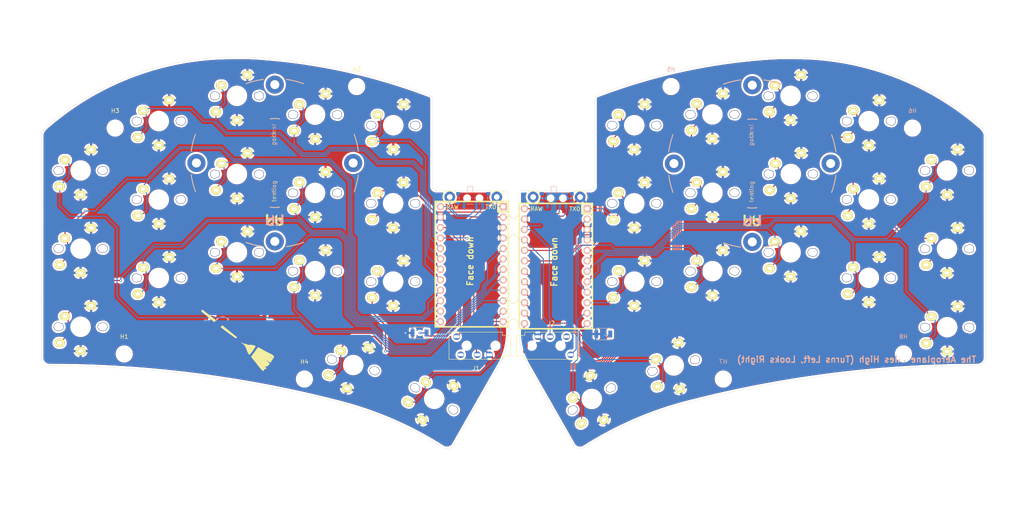
<source format=kicad_pcb>
(kicad_pcb (version 20211014) (generator pcbnew)
  (layers (0 "F.Cu" signal) (31 "B.Cu" signal) (34 "B.Paste" user) (35 "F.Paste" user) (36 "B.SilkS" user "B.Silkscreen") (37 "F.SilkS" user "F.Silkscreen") (38 "B.Mask" user) (39 "F.Mask" user) (44 "Edge.Cuts" user))
  (net 0 "")
  (net 1 "BT+")
  (net 2 "gnd")
  (net 3 "vcc")
  (net 4 "Switch18")
  (net 5 "reset")
  (net 6 "Switch1")
  (net 7 "Switch2")
  (net 8 "Switch3")
  (net 9 "Switch4")
  (net 10 "Switch5")
  (net 11 "Switch6")
  (net 12 "Switch7")
  (net 13 "Switch8")
  (net 14 "Switch9")
  (net 15 "Switch10")
  (net 16 "Switch11")
  (net 17 "Switch12")
  (net 18 "Switch13")
  (net 19 "Switch14")
  (net 20 "Switch15")
  (net 21 "Switch16")
  (net 22 "Switch17")
  (net 23 "raw")
  (net 24 "BT+_r")
  (net 25 "Switch18_r")
  (net 26 "reset_r")
  (net 27 "Switch9_r")
  (net 28 "Switch10_r")
  (net 29 "Switch11_r")
  (net 30 "Switch12_r")
  (net 31 "Switch13_r")
  (net 32 "Switch14_r")
  (net 33 "Switch15_r")
  (net 34 "Switch16_r")
  (net 35 "Switch17_r")
  (net 36 "Switch1_r")
  (net 37 "Switch2_r")
  (net 38 "Switch3_r")
  (net 39 "Switch4_r")
  (net 40 "Switch5_r")
  (net 41 "Switch6_r")
  (net 42 "Switch7_r")
  (net 43 "Switch8_r")
  (footprint "Connector_Pin:Pin_D1.4mm_L8.5mm_W2.8mm_FlatFork" (layer "F.Cu") (at 146.160165 83.45)
    (fp_text reference "BatGND1")
    (fp_text value "MountingHole_Pad")
  )
  (footprint "Connector_Pin:Pin_D1.4mm_L8.5mm_W2.8mm_FlatFork" (layer "F.Cu") (at 134.730165 83.45)
    (fp_text reference "Bat+1")
    (fp_text value "MountingHole_Pad")
  )
  (footprint "kbd:CherryMX_Choc_1u" (layer "F.Cu") (at 45 77)
    (fp_text reference "SW2" hide)
    (fp_text value "SW_Push" hide)
  )
  (footprint "kbd:CherryMX_Choc_1u" (layer "F.Cu") (at 64 65)
    (fp_text reference "SW3" hide)
    (fp_text value "SW_Push" hide)
  )
  (footprint "kbd:CherryMX_Choc_1u" (layer "F.Cu") (at 83 58.86)
    (fp_text reference "SW4" hide)
    (fp_text value "SW_Push" hide)
  )
  (footprint "kbd:CherryMX_Choc_1u" (layer "F.Cu") (at 101.994 63.432)
    (fp_text reference "SW5" hide)
    (fp_text value "SW_Push" hide)
  )
  (footprint "kbd:CherryMX_Choc_1u" (layer "F.Cu") (at 121 66)
    (fp_text reference "SW6" hide)
    (fp_text value "SW_Push" hide)
  )
  (footprint "kbd:CherryMX_Choc_1u" (layer "F.Cu") (at 45 96)
    (fp_text reference "SW8" hide)
    (fp_text value "SW_Push" hide)
  )
  (footprint "kbd:CherryMX_Choc_1u" (layer "F.Cu") (at 64 84.074)
    (fp_text reference "SW9" hide)
    (fp_text value "SW_Push" hide)
  )
  (footprint "kbd:CherryMX_Choc_1u" (layer "F.Cu") (at 83 77.878)
    (fp_text reference "SW10" hide)
    (fp_text value "SW_Push" hide)
  )
  (footprint "kbd:CherryMX_Choc_1u" (layer "F.Cu") (at 102 82.45)
    (fp_text reference "SW11" hide)
    (fp_text value "SW_Push" hide)
  )
  (footprint "kbd:CherryMX_Choc_1u" (layer "F.Cu") (at 120.98 84.99)
    (fp_text reference "SW12" hide)
    (fp_text value "SW_Push" hide)
  )
  (footprint "kbd:CherryMX_Choc_1u" (layer "F.Cu") (at 45 115)
    (fp_text reference "SW14" hide)
    (fp_text value "SW_Push" hide)
  )
  (footprint "kbd:CherryMX_Choc_1u" (layer "F.Cu") (at 64.008 103.124)
    (fp_text reference "SW15" hide)
    (fp_text value "SW_Push" hide)
  )
  (footprint "kbd:CherryMX_Choc_1u" (layer "F.Cu") (at 83 96.896)
    (fp_text reference "SW16" hide)
    (fp_text value "SW_Push" hide)
  )
  (footprint "kbd:CherryMX_Choc_1u" (layer "F.Cu") (at 102 101.468)
    (fp_text reference "SW17" hide)
    (fp_text value "SW_Push" hide)
  )
  (footprint "kbd:CherryMX_Choc_1u" (layer "F.Cu") (at 130.95 132.504 -30)
    (fp_text reference "SW20" hide)
    (fp_text value "SW_Push" hide)
  )
  (footprint "kbd:CherryMX_Choc_1u" (layer "F.Cu") (at 111.272 124.288 -15)
    (fp_text reference "SW21" hide)
    (fp_text value "SW_Push" hide)
  )
  (footprint "kbd:Tenting_Puck2" (layer "F.Cu") (at 92.202 75.184)
    (fp_text reference "REF**")
    (fp_text value "Tenting Puck")
  )
  (footprint "Button_Switch_SMD:SW_SPST_B3U-1000P" (layer "F.Cu") (at 127.394 116.502)
    (fp_text reference "RSW1")
    (fp_text value "SW_Push")
  )
  (footprint "kbd:CherryMX_Choc_1u" (layer "F.Cu") (at 120.98 104.008)
    (fp_text reference "SW18" hide)
    (fp_text value "SW_Push" hide)
  )
  (footprint "Connector_Pin:Pin_D1.4mm_L8.5mm_W2.8mm_FlatFork" (layer "F.Cu") (at 166.43 83.45)
    (fp_text reference "BatGND4")
    (fp_text value "MountingHole_Pad")
  )
  (footprint "Button_Switch_SMD:SW_SPST_B3U-1000P" (layer "F.Cu") (at 172.04784 116.756)
    (fp_text reference "RSW2")
    (fp_text value "SW_Push")
  )
  (footprint "Connector_Pin:Pin_D1.4mm_L8.5mm_W2.8mm_FlatFork" (layer "F.Cu") (at 155 83.45)
    (fp_text reference "Bat+r1")
    (fp_text value "MountingHole_Pad")
  )
  (footprint "kbd:Tenting_Puck2" (layer "F.Cu") (at 208.26984 75.311)
    (fp_text reference "REF**")
    (fp_text value "Tenting Puck")
  )
  (footprint "env_extra:PJ-320A" (layer "F.Cu") (at 149.55 121.8 180)
    (fp_text reference "J1")
    (fp_text value "AudioJack4dpb")
  )
  (footprint "kbd:CherryMX_Choc_1u" (layer "F.Cu") (at 198.58584 82.418)
    (fp_text reference "SW11_r1" hide)
    (fp_text value "SW_Push" hide)
  )
  (footprint "kbd:CherryMX_Choc_1u" (layer "F.Cu") (at 236.6 103.1)
    (fp_text reference "SW15_r1" hide)
    (fp_text value "SW_Push" hide)
  )
  (footprint "kbd:CherryMX_Choc_1u" (layer "F.Cu") (at 217.58784 96.896)
    (fp_text reference "SW16_r1" hide)
    (fp_text value "SW_Push" hide)
  )
  (footprint "kbd:CherryMX_Choc_1u" (layer "F.Cu") (at 198.58584 63.368)
    (fp_text reference "SW5_r1" hide)
    (fp_text value "SW_Push" hide)
  )
  (footprint "kbd:CherryMX_Choc_1u" (layer "F.Cu") (at 236.61384 65)
    (fp_text reference "SW3_r1" hide)
    (fp_text value "SW_Push" hide)
  )
  (footprint "kbd:CherryMX_Choc_1u" (layer "F.Cu") (at 217.58784 58.86)
    (fp_text reference "SW4_r1" hide)
    (fp_text value "SW_Push" hide)
  )
  (footprint "kbd:CherryMX_Choc_1u" (layer "F.Cu") (at 255.6256 96.0374)
    (fp_text reference "SW8_r1" hide)
    (fp_text value "SW_Push" hide)
  )
  (footprint "kbd:CherryMX_Choc_1u" (layer "F.Cu") (at 236.6 84.05)
    (fp_text reference "SW9_r1" hide)
    (fp_text value "SW_Push" hide)
  )
  (footprint "kbd:CherryMX_Choc_1u" (layer "F.Cu") (at 179.58584 104.008)
    (fp_text reference "SW18_r1" hide)
    (fp_text value "SW_Push" hide)
  )
  (footprint "kbd:CherryMX_Choc_1u" (layer "F.Cu") (at 179.58584 84.99)
    (fp_text reference "SW12_r1" hide)
    (fp_text value "SW_Push" hide)
  )
  (footprint "kbd:CherryMX_Choc_1u" (layer "F.Cu") (at 255.63184 77)
    (fp_text reference "SW2_r1" hide)
    (fp_text value "SW_Push" hide)
  )
  (footprint "kbd:CherryMX_Choc_1u" (layer "F.Cu") (at 179.58584 66)
    (fp_text reference "SW6_r1" hide)
    (fp_text value "SW_Push" hide)
  )
  (footprint "kbd:CherryMX_Choc_1u" (layer "F.Cu") (at 198.58584 101.468)
    (fp_text reference "SW17_r1" hide)
    (fp_text value "SW_Push" hide)
  )
  (footprint "Duckyb-Parts:mouse-bite-5mm-slot-with-space-for-track" (layer "F.Cu") (at 150.241 90.678)
    (fp_text reference "mouse-bite-5mm-slot" hide)
    (fp_text value "VAL**" hide)
  )
  (footprint "Duckyb-Parts:mouse-bite-5mm-slot-with-space-for-track" (layer "F.Cu") (at 150.241 111.1885)
    (fp_text reference "mouse-bite-5mm-slot" hide)
    (fp_text value "VAL**" hide)
  )
  (footprint "env_extra:PJ-320A" (layer "F.Cu") (at 150.975 117.4)
    (fp_text reference "J2")
    (fp_text value "AudioJack4dpb")
  )
  (footprint "kbd:CherryMX_Choc_1u" (layer "F.Cu") (at 169.251 132.542 30)
    (fp_text reference "SW20_r1" hide)
    (fp_text value "SW_Push" hide)
  )
  (footprint "MountingHole:MountingHole_3.2mm_M3" (layer "F.Cu") (at 99.4 127.7)
    (fp_text reference "H4")
    (fp_text value "MountingHole")
  )
  (footprint "MountingHole:MountingHole_3.2mm_M3" (layer "F.Cu") (at 55.6 121.6)
    (fp_text reference "H1")
    (fp_text value "MountingHole")
  )
  (footprint "kbd:CherryMX_Choc_1u" (layer "F.Cu") (at 217.65 77.85)
    (fp_text reference "SW10_r1" hide)
    (fp_text value "SW_Push" hide)
  )
  (footprint "MountingHole:MountingHole_3.2mm_M3" (layer "F.Cu") (at 112.1 56.6)
    (fp_text reference "H2")
    (fp_text value "MountingHole")
  )
  (footprint "kbd:CherryMX_Choc_1u" (layer "F.Cu") (at 189.17984 124.41 15)
    (fp_text reference "SW21_r1" hide)
    (fp_text value "SW_Push" hide)
  )
  (footprint "Kailh:ferris_broom" (layer "F.Cu") (at 82.042 118.11 7)
    (fp_text reference "G***" hide)
    (fp_text value "LOGO" hide)
  )
  (footprint "kbd:CherryMX_Choc_1u" (layer "F.Cu") (at 255.65 115.1)
    (fp_text reference "SW14_r1" hide)
    (fp_text value "SW_Push" hide)
  )
  (footprint "MountingHole:MountingHole_3.2mm_M3" (layer "F.Cu") (at 53.4 66.7)
    (fp_text reference "H3")
    (fp_text value "MountingHole")
  )
  (footprint "Button_Switch_SMD:SW_SPDT_PCM12" (layer "B.Cu") (at 160.75 84.075)
    (fp_text reference "SW_POWERR1")
    (fp_text value "SW_SPDT")
  )
  (footprint "Button_Switch_SMD:SW_SPST_B3U-1000P" (layer "B.Cu") (at 127.394 116.502)
    (fp_text reference "RSW1")
    (fp_text value "SW_Push")
  )
  (footprint "Keebio-Parts:ArduinoProMicro-BackSide" (layer "B.Cu") (at 140.094 99.7712 -90)
    (fp_text reference "U1" hide)
    (fp_text value "ProMicro-kbd" hide)
  )
  (footprint "Button_Switch_SMD:SW_SPDT_PCM12" (layer "B.Cu") (at 140.45 84.075)
    (fp_text reference "SW_POWER1")
    (fp_text value "SW_SPDT")
  )
  (footprint "Button_Switch_SMD:SW_SPST_B3U-1000P" (layer "B.Cu") (at 172.04784 116.756)
    (fp_text reference "RSW2")
    (fp_text value "SW_Push")
  )
  (footprint "Keebio-Parts:ArduinoProMicro-BackSide" (layer "B.Cu") (at 160.51784 100.246 -90)
    (fp_text reference "U2" hide)
    (fp_text value "ProMicro-kbd" hide)
  )
  (footprint "MountingHole:MountingHole_3.2mm_M3" (layer "B.Cu") (at 201.225 127.7 180)
    (fp_text reference "H7")
    (fp_text value "MountingHole")
  )
  (footprint "MountingHole:MountingHole_3.2mm_M3" (layer "B.Cu") (at 188.525 56.6 180)
    (fp_text reference "H5")
    (fp_text value "MountingHole")
  )
  (footprint "MountingHole:MountingHole_3.2mm_M3" (layer "B.Cu") (at 245.025 121.6 180)
    (fp_text reference "H8")
    (fp_text value "MountingHole")
  )
  (footprint "MountingHole:MountingHole_3.2mm_M3" (layer "B.Cu") (at 247.225 66.7 180)
    (fp_text reference "H6")
    (fp_text value "MountingHole")
  )
  (gr_arc (start 148.162 81.866) (mid 148.69233 82.08567) (end 148.912 82.616) (layer "Edge.Cuts") (width 0.05))
  (gr_line (start 148.912 93.218) (end 148.912 101.262) (layer "Edge.Cuts") (width 0.05))
  (gr_line (start 131.458 81.868917) (end 148.162 81.866) (layer "Edge.Cuts") (width 0.05))
  (gr_line (start 147.161679 123.613657) (end 135.71 143.699265) (layer "Edge.Cuts") (width 0.05))
  (gr_arc (start 148.924 116.248) (mid 148.462831 120.031316) (end 147.161679 123.613657) (layer "Edge.Cuts") (width 0.05))
  (gr_line (start 148.912 82.616) (end 148.924 88.11) (layer "Edge.Cuts") (width 0.05))
  (gr_line (start 149.2885 88.11) (end 148.924 88.11) (layer "Edge.Cuts") (width 0.05))
  (gr_line (start 149.2885 93.218) (end 148.912 93.218) (layer "Edge.Cuts") (width 0.05))
  (gr_line (start 149.2885 108.628) (end 148.924 108.628) (layer "Edge.Cuts") (width 0.05))
  (gr_line (start 149.2885 113.7285) (end 148.912 113.7285) (layer "Edge.Cuts") (width 0.05))
  (gr_line (start 148.912 101.262) (end 148.924 108.628) (layer "Edge.Cuts") (width 0.05))
  (gr_line (start 148.912 113.7285) (end 148.924 116.248) (layer "Edge.Cuts") (width 0.05))
  (gr_arc (start 131.458 81.868917) (mid 130.750893 81.576024) (end 130.458 80.868917) (layer "Edge.Cuts") (width 0.05))
  (gr_line (start 130.458 80.868917) (end 130.463 59.473) (layer "Edge.Cuts") (width 0.05))
  (gr_arc (start 35.465859 68.23732) (mid 36.022742 67.119147) (end 36.893 66.223) (layer "Edge.Cuts") (width 0.05))
  (gr_arc (start 85.843227 49.463504) (mid 108.303644 52.385453) (end 130.028245 58.79247) (layer "Edge.Cuts") (width 0.05))
  (gr_line (start 37.768 124.474571) (end 37.493002 124.473917) (layer "Edge.Cuts") (width 0.05))
  (gr_arc (start 107.797707 133.384137) (mid 120.821222 137.841207) (end 132.978 144.298) (layer "Edge.Cuts") (width 0.05))
  (gr_arc (start 37.768 124.474571) (mid 73.062876 126.72836) (end 107.797707 133.384137) (layer "Edge.Cuts") (width 0.05))
  (gr_arc (start 37.493002 124.473917) (mid 36.080534 123.924716) (end 35.458001 122.542999) (layer "Edge.Cuts") (width 0.05))
  (gr_arc (start 135.71 143.699265) (mid 134.468995 144.56898) (end 132.978 144.298) (layer "Edge.Cuts") (width 0.05))
  (gr_arc (start 130.028245 58.79247) (mid 130.345034 59.069226) (end 130.463 59.473) (layer "Edge.Cuts") (width 0.05))
  (gr_line (start 35.465859 68.23732) (end 35.458001 122.542999) (layer "Edge.Cuts") (width 0.05))
  (gr_line (start 85.843227 49.463504) (end 81.868 49.468) (layer "Edge.Cuts") (width 0.05))
  (gr_arc (start 36.893 66.223) (mid 57.870705 53.792798) (end 81.868 49.468) (layer "Edge.Cuts") (width 0.05))
  (gr_line (start 168.99984 81.868917) (end 152.29584 81.866) (layer "Edge.Cuts") (width 0.05))
  (gr_line (start 151.54584 113.7285) (end 151.53384 116.248) (layer "Edge.Cuts") (width 0.05))
  (gr_line (start 153.280536 123.57215) (end 164.74784 143.699265) (layer "Edge.Cuts") (width 0.05))
  (gr_line (start 264.991981 68.23732) (end 264.999839 122.542999) (layer "Edge.Cuts") (width 0.05))
  (gr_line (start 214.614716 49.465561) (end 218.58984 49.468) (layer "Edge.Cuts") (width 0.05))
  (gr_line (start 151.54584 101.262) (end 151.53384 108.628) (layer "Edge.Cuts") (width 0.05))
  (gr_arc (start 151.54584 82.616) (mid 151.76551 82.08567) (end 152.29584 81.866) (layer "Edge.Cuts") (width 0.05))
  (gr_line (start 151.54584 93.218) (end 151.54584 101.262) (layer "Edge.Cuts") (width 0.05))
  (gr_arc (start 167.47984 144.298) (mid 179.636498 137.840747) (end 192.659669 133.38233) (layer "Edge.Cuts") (width 0.05))
  (gr_arc (start 218.58984 49.468) (mid 242.587135 53.792799) (end 263.56484 66.223) (layer "Edge.Cuts") (width 0.05))
  (gr_arc (start 192.659669 133.38233) (mid 227.394847 126.727903) (end 262.68984 124.474571) (layer "Edge.Cuts") (width 0.05))
  (gr_arc (start 167.47984 144.298) (mid 165.988845 144.56898) (end 164.74784 143.699265) (layer "Edge.Cuts") (width 0.05))
  (gr_arc (start 153.280536 123.57215) (mid 151.990927 120.009347) (end 151.53384 116.248) (layer "Edge.Cuts") (width 0.05))
  (gr_line (start 151.54584 82.616) (end 151.53384 88.11) (layer "Edge.Cuts") (width 0.05))
  (gr_arc (start 169.99984 80.868917) (mid 169.706947 81.576024) (end 168.99984 81.868917) (layer "Edge.Cuts") (width 0.05))
  (gr_line (start 169.99984 80.868917) (end 169.99484 59.473) (layer "Edge.Cuts") (width 0.05))
  (gr_arc (start 263.56484 66.223) (mid 264.435098 67.119147) (end 264.991981 68.23732) (layer "Edge.Cuts") (width 0.05))
  (gr_arc (start 170.429595 58.79247) (mid 192.154223 52.385977) (end 214.614716 49.465561) (layer "Edge.Cuts") (width 0.05))
  (gr_line (start 262.68984 124.474571) (end 262.964838 124.473917) (layer "Edge.Cuts") (width 0.05))
  (gr_arc (start 264.999839 122.542999) (mid 264.377307 123.924717) (end 262.964838 124.473917) (layer "Edge.Cuts") (width 0.05))
  (gr_arc (start 169.99484 59.473) (mid 170.112806 59.069226) (end 170.429595 58.79247) (layer "Edge.Cuts") (width 0.05))
  (gr_line (start 151.53384 88.11) (end 151.1935 88.11) (layer "Edge.Cuts") (width 0.05))
  (gr_line (start 151.54584 93.218) (end 151.1935 93.218) (layer "Edge.Cuts") (width 0.05))
  (gr_arc (start 149.288501 113.7285) (mid 150.241 113.083627) (end 151.193499 113.728501) (layer "Edge.Cuts") (width 0.05))
  (gr_line (start 151.53384 108.628) (end 151.1935 108.628) (layer "Edge.Cuts") (width 0.05))
  (gr_arc (start 149.288501 93.218) (mid 150.241 92.573127) (end 151.193499 93.218001) (layer "Edge.Cuts") (width 0.05))
  (gr_line (start 151.54584 113.7285) (end 151.1935 113.7285) (layer "Edge.Cuts") (width 0.05))
  (gr_arc (start 151.193499 108.628) (mid 150.241 109.285937) (end 149.288501 108.627999) (layer "Edge.Cuts") (width 0.05))
  (gr_arc (start 151.193499 88.11) (mid 150.241 88.772807) (end 149.288501 88.109999) (layer "Edge.Cuts") (width 0.05))
  (gr_text "The Aeroplane Flies High (Turns Left, Looks Right)" (at 233.62984 122.936) (layer "B.SilkS") (effects (font (size 1.5 1.5) (thickness 0.3)) (justify mirror)))
  (gr_text "Face down" (at 160.10984 99.23 90) (layer "F.SilkS") (effects (font (size 1.5 1.5) (thickness 0.3))))
  (gr_text "Face down" (at 139.7 99.06 90) (layer "F.SilkS") (effects (font (size 1.5 1.5) (thickness 0.3))))
  (segment (start 134.730165 85.950165) (end 134.730165 83.45) (width 0.25) (layer "B.Cu") (net 1))
  (segment (start 136.55 87.77) (end 134.730165 85.950165) (width 0.25) (layer "B.Cu") (net 1))
  (segment (start 141.2 85.505) (end 141.2 86.27) (width 0.25) (layer "B.Cu") (net 1))
  (segment (start 141.2 86.27) (end 139.7 87.77) (width 0.25) (layer "B.Cu") (net 1))
  (segment (start 139.7 87.77) (end 136.55 87.77) (width 0.25) (layer "B.Cu") (net 1))
  (segment (start 125.694 116.502) (end 123.952 116.502) (width 0.25) (layer "F.Cu") (net 2))
  (via (at 123.952 116.502) (size 0.6) (drill 0.35) (layers "F.Cu" "B.Cu") (net 2))
  (segment (start 123.952 116.502) (end 125.694 116.502) (width 0.25) (layer "B.Cu") (net 2))
  (segment (start 146.160165 83.45) (end 146.160165 89.302765) (width 0.15) (layer "B.Cu") (net 2))
  (segment (start 146.160165 89.302765) (end 147.7054 90.848) (width 0.15) (layer "B.Cu") (net 2))
  (segment (start 140.56 103.28) (end 140.56 114.964) (width 0.25) (layer "F.Cu") (net 3))
  (segment (start 143.08 100.76) (end 140.56 103.28) (width 0.25) (layer "F.Cu") (net 3))
  (segment (start 138.938 93.472) (end 142.064 93.472) (width 0.25) (layer "F.Cu") (net 3))
  (segment (start 142.064 93.472) (end 143.08 94.488) (width 0.25) (layer "F.Cu") (net 3))
  (segment (start 140.56 114.964) (end 141.225 115.629) (width 0.25) (layer "F.Cu") (net 3))
  (segment (start 141.225 115.629) (end 141.225 121.625) (width 0.25) (layer "F.Cu") (net 3))
  (segment (start 141.225 121.625) (end 141.4 121.8) (width 0.25) (layer "F.Cu") (net 3))
  (segment (start 143.08 94.488) (end 143.08 100.76) (width 0.25) (layer "F.Cu") (net 3))
  (via (at 138.938 93.472) (size 0.6) (drill 0.35) (layers "F.Cu" "B.Cu") (net 3))
  (segment (start 157.51 112.68) (end 157.51 98.50816) (width 0.25) (layer "B.Cu") (net 3))
  (segment (start 138.938 93.472) (end 138.854 93.388) (width 0.25) (layer "B.Cu") (net 3))
  (segment (start 157.51 98.50816) (end 152.89784 93.896) (width 0.25) (layer "B.Cu") (net 3))
  (segment (start 159.125 117.4) (end 159.125 114.295) (width 0.25) (layer "B.Cu") (net 3))
  (segment (start 159.125 114.295) (end 157.51 112.68) (width 0.25) (layer "B.Cu") (net 3))
  (segment (start 138.854 93.388) (end 132.4854 93.388) (width 0.25) (layer "B.Cu") (net 3))
  (segment (start 140.038 88.308) (end 147.7054 88.308) (width 0.25) (layer "F.Cu") (net 4))
  (segment (start 136.4 117.4) (end 137.3 116.5) (width 0.25) (layer "F.Cu") (net 4))
  (segment (start 137.3 91.046) (end 140.038 88.308) (width 0.25) (layer "F.Cu") (net 4))
  (segment (start 137.3 116.5) (end 137.3 91.046) (width 0.25) (layer "F.Cu") (net 4))
  (segment (start 127.45 116.5) (end 129.092 116.5) (width 0.25) (layer "F.Cu") (net 5))
  (segment (start 133.975 117.225) (end 129.575 117.225) (width 0.25) (layer "F.Cu") (net 5))
  (segment (start 129.094 116.744) (end 129.094 116.502) (width 0.25) (layer "F.Cu") (net 5))
  (segment (start 136.9 94.1) (end 136.9 114.3) (width 0.25) (layer "F.Cu") (net 5))
  (segment (start 136.9 114.3) (end 133.975 117.225) (width 0.25) (layer "F.Cu") (net 5))
  (segment (start 129.092 116.5) (end 129.094 116.502) (width 0.25) (layer "F.Cu") (net 5))
  (segment (start 132.4854 90.848) (end 133.648 90.848) (width 0.25) (layer "F.Cu") (net 5))
  (segment (start 129.575 117.225) (end 129.094 116.744) (width 0.25) (layer "F.Cu") (net 5))
  (segment (start 133.648 90.848) (end 136.9 94.1) (width 0.25) (layer "F.Cu") (net 5))
  (via (at 127.45 116.5) (size 0.6) (drill 0.35) (layers "F.Cu" "B.Cu") (net 5))
  (segment (start 129.094 116.502) (end 127.452 116.502) (width 0.25) (layer "B.Cu") (net 5))
  (segment (start 127.452 116.502) (end 127.45 116.5) (width 0.25) (layer "B.Cu") (net 5))
  (segment (start 39.878 85.598) (end 39.9 85.576) (width 0.25) (layer "B.Cu") (net 6))
  (segment (start 101.824314 116.34) (end 98.260314 112.776) (width 0.25) (layer "B.Cu") (net 6))
  (segment (start 53.848 90.932) (end 51.054 88.138) (width 0.25) (layer "B.Cu") (net 6))
  (segment (start 53.848 107.696) (end 53.848 90.932) (width 0.25) (layer "B.Cu") (net 6))
  (segment (start 42.164 78.486) (end 42.164 75.434) (width 0.25) (layer "B.Cu") (net 6))
  (segment (start 42.418 88.138) (end 39.878 85.598) (width 0.25) (layer "B.Cu") (net 6))
  (segment (start 144.812 106.088) (end 129.659999 121.24) (width 0.25) (layer "B.Cu") (net 6))
  (segment (start 120.6 121.24) (end 115.699999 116.34) (width 0.25) (layer "B.Cu") (net 6))
  (segment (start 115.699999 116.34) (end 101.824314 116.34) (width 0.25) (layer "B.Cu") (net 6))
  (segment (start 51.054 88.138) (end 42.418 88.138) (width 0.25) (layer "B.Cu") (net 6))
  (segment (start 39.9 80.75) (end 42.164 78.486) (width 0.25) (layer "B.Cu") (net 6))
  (segment (start 129.659999 121.24) (end 120.6 121.24) (width 0.25) (layer "B.Cu") (net 6))
  (segment (start 98.260314 112.776) (end 58.928 112.776) (width 0.25) (layer "B.Cu") (net 6))
  (segment (start 39.9 80.9) (end 39.9 80.75) (width 0.25) (layer "B.Cu") (net 6))
  (segment (start 147.7054 106.088) (end 144.812 106.088) (width 0.25) (layer "B.Cu") (net 6))
  (segment (start 58.928 112.776) (end 53.848 107.696) (width 0.25) (layer "B.Cu") (net 6))
  (segment (start 39.9 85.576) (end 39.9 80.9) (width 0.25) (layer "B.Cu") (net 6))
  (segment (start 42.164 75.434) (end 41.19 74.46) (width 0.25) (layer "B.Cu") (net 6))
  (segment (start 60.96 63.23) (end 60.19 62.46) (width 0.25) (layer "B.Cu") (net 7))
  (segment (start 128.76 99.8226) (end 128.76 84.357058) (width 0.25) (layer "B.Cu") (net 7))
  (segment (start 60.96 66.84) (end 60.96 63.23) (width 0.25) (layer "B.Cu") (net 7))
  (segment (start 58.9 68.9) (end 60.96 66.84) (width 0.25) (layer "B.Cu") (net 7))
  (segment (start 74.88 65.07) (end 71.76 61.95) (width 0.25) (layer "B.Cu") (net 7))
  (segment (start 125.638628 75.49) (end 117.188628 75.49) (width 0.25) (layer "B.Cu") (net 7))
  (segment (start 127.64 83.237057) (end 127.64 77.491372) (width 0.25) (layer "B.Cu") (net 7))
  (segment (start 77.264314 65.07) (end 74.88 65.07) (width 0.25) (layer "B.Cu") (net 7))
  (segment (start 98.738628 73.55) (end 93.348628 68.16) (width 0.25) (layer "B.Cu") (net 7))
  (segment (start 80.354314 68.16) (end 77.264314 65.07) (width 0.25) (layer "B.Cu") (net 7))
  (segment (start 60.7 61.95) (end 60.19 62.46) (width 0.25) (layer "B.Cu") (net 7))
  (segment (start 71.76 61.95) (end 60.7 61.95) (width 0.25) (layer "B.Cu") (net 7))
  (segment (start 117.188628 75.49) (end 113.918628 72.22) (width 0.25) (layer "B.Cu") (net 7))
  (segment (start 93.348628 68.16) (end 80.354314 68.16) (width 0.25) (layer "B.Cu") (net 7))
  (segment (start 104.60137 73.55) (end 98.738628 73.55) (width 0.25) (layer "B.Cu") (net 7))
  (segment (start 105.931371 72.22) (end 104.60137 73.55) (width 0.25) (layer "B.Cu") (net 7))
  (segment (start 128.76 84.357058) (end 127.64 83.237057) (width 0.25) (layer "B.Cu") (net 7))
  (segment (start 132.4854 103.548) (end 128.76 99.8226) (width 0.25) (layer "B.Cu") (net 7))
  (segment (start 127.64 77.491372) (end 125.638628 75.49) (width 0.25) (layer "B.Cu") (net 7))
  (segment (start 113.918628 72.22) (end 105.931371 72.22) (width 0.25) (layer "B.Cu") (net 7))
  (segment (start 79.99 57.97) (end 79.19 57.17) (width 0.25) (layer "B.Cu") (net 8))
  (segment (start 93.514315 67.76) (end 80.52 67.76) (width 0.25) (layer "B.Cu") (net 8))
  (segment (start 128.04 83.071371) (end 128.04 77.325686) (width 0.25) (layer "B.Cu") (net 8))
  (segment (start 105.765685 71.82) (end 104.435685 73.15) (width 0.25) (layer "B.Cu") (net 8))
  (segment (start 125.804314 75.09) (end 117.354314 75.09) (width 0.25) (layer "B.Cu") (net 8))
  (segment (start 114.084314 71.82) (end 105.765685 71.82) (width 0.25) (layer "B.Cu") (net 8))
  (segment (start 98.904314 73.15) (end 93.514315 67.76) (width 0.25) (layer "B.Cu") (net 8))
  (segment (start 128.04 77.325686) (end 125.804314 75.09) (width 0.25) (layer "B.Cu") (net 8))
  (segment (start 132.4854 101.008) (end 129.16 97.6826) (width 0.25) (layer "B.Cu") (net 8))
  (segment (start 79.99 60.67) (end 79.99 57.97) (width 0.25) (layer "B.Cu") (net 8))
  (segment (start 117.354314 75.09) (end 114.084314 71.82) (width 0.25) (layer "B.Cu") (net 8))
  (segment (start 129.16 84.191372) (end 128.04 83.071371) (width 0.25) (layer "B.Cu") (net 8))
  (segment (start 129.16 97.6826) (end 129.16 84.191372) (width 0.25) (layer "B.Cu") (net 8))
  (segment (start 79.19 57.17) (end 79.19 56.32) (width 0.25) (layer "B.Cu") (net 8))
  (segment (start 77.9 62.76) (end 79.99 60.67) (width 0.25) (layer "B.Cu") (net 8))
  (segment (start 104.435685 73.15) (end 98.904314 73.15) (width 0.25) (layer "B.Cu") (net 8))
  (segment (start 80.52 67.76) (end 77.9 65.14) (width 0.25) (layer "B.Cu") (net 8))
  (segment (start 77.9 65.14) (end 77.9 62.76) (width 0.25) (layer "B.Cu") (net 8))
  (segment (start 114.25 71.42) (end 105.6 71.42) (width 0.25) (layer "B.Cu") (net 9))
  (segment (start 129.56 95.5426) (end 129.56 84.025686) (width 0.25) (layer "B.Cu") (net 9))
  (segment (start 96.894 66.886) (end 99.08 64.7) (width 0.25) (layer "B.Cu") (net 9))
  (segment (start 104.27 72.75) (end 99.07 72.75) (width 0.25) (layer "B.Cu") (net 9))
  (segment (start 105.6 71.42) (end 104.27 72.75) (width 0.25) (layer "B.Cu") (net 9))
  (segment (start 99.08 61.788) (end 98.184 60.892) (width 0.25) (layer "B.Cu") (net 9))
  (segment (start 96.894 70.574) (end 96.894 67.332) (width 0.25) (layer "B.Cu") (net 9))
  (segment (start 132.4854 98.468) (end 129.56 95.5426) (width 0.25) (layer "B.Cu") (net 9))
  (segment (start 99.07 72.75) (end 96.894 70.574) (width 0.25) (layer "B.Cu") (net 9))
  (segment (start 99.08 64.7) (end 99.08 61.788) (width 0.25) (layer "B.Cu") (net 9))
  (segment (start 125.97 74.69) (end 117.52 74.69) (width 0.25) (layer "B.Cu") (net 9))
  (segment (start 96.894 67.332) (end 96.894 66.886) (width 0.25) (layer "B.Cu") (net 9))
  (segment (start 129.56 84.025686) (end 128.44 82.905685) (width 0.25) (layer "B.Cu") (net 9))
  (segment (start 117.52 74.69) (end 114.25 71.42) (width 0.25) (layer "B.Cu") (net 9))
  (segment (start 128.44 77.16) (end 125.97 74.69) (width 0.25) (layer "B.Cu") (net 9))
  (segment (start 128.44 82.905685) (end 128.44 77.16) (width 0.25) (layer "B.Cu") (net 9))
  (segment (start 117.96 64.23) (end 117.19 63.46) (width 0.25) (layer "B.Cu") (net 10))
  (segment (start 129.96 83.86) (end 129.96 93.4026) (width 0.25) (layer "B.Cu") (net 10))
  (segment (start 115.9 69.9) (end 125.01 69.9) (width 0.25) (layer "B.Cu") (net 10))
  (segment (start 128.84 82.74) (end 129.96 83.86) (width 0.25) (layer "B.Cu") (net 10))
  (segment (start 115.9 69.9) (end 117.96 67.84) (width 0.25) (layer "B.Cu") (net 10))
  (segment (start 117.96 67.84) (end 117.96 64.23) (width 0.25) (layer "B.Cu") (net 10))
  (segment (start 125.01 69.9) (end 128.84 73.73) (width 0.25) (layer "B.Cu") (net 10))
  (segment (start 128.84 73.73) (end 128.84 82.74) (width 0.25) (layer "B.Cu") (net 10))
  (segment (start 129.96 93.4026) (end 132.4854 95.928) (width 0.25) (layer "B.Cu") (net 10))
  (segment (start 41.19 93.46) (end 41.82 94.09) (width 0.25) (layer "F.Cu") (net 11))
  (segment (start 41.82 97.98) (end 39.9 99.9) (width 0.25) (layer "F.Cu") (net 11))
  (segment (start 41.19 93.46) (end 41.19 91.78) (width 0.25) (layer "F.Cu") (net 11))
  (segment (start 41.82 94.09) (end 41.82 97.98) (width 0.25) (layer "F.Cu") (net 11))
  (segment (start 41.19 91.78) (end 46.11 86.86) (width 0.25) (layer "F.Cu") (net 11))
  (via (at 46.11 86.86) (size 0.6) (drill 0.35) (layers "F.Cu" "B.Cu") (net 11))
  (segment (start 111.68 111.14) (end 113.048 112.508) (width 0.25) (layer "B.Cu") (net 11))
  (segment (start 110.9 92.505884) (end 111.68 93.285884) (width 0.25) (layer "B.Cu") (net 11))
  (segment (start 128.039714 112.508) (end 129.488857 111.058857) (width 0.25) (layer "B.Cu") (net 11))
  (segment (start 69.074314 71.27) (end 79.255686 71.27) (width 0.25) (layer "B.Cu") (net 11))
  (segment (start 105.73137 74.21) (end 110.9 79.378628) (width 0.25) (layer "B.Cu") (net 11))
  (segment (start 56.24 79.13) (end 61.214315 79.13) (width 0.25) (layer "B.Cu") (net 11))
  (segment (start 48.51 86.86) (end 56.24 79.13) (width 0.25) (layer "B.Cu") (net 11))
  (segment (start 129.488857 109.084543) (end 132.4854 106.088) (width 0.25) (layer "B.Cu") (net 11))
  (segment (start 82.195686 74.21) (end 105.73137 74.21) (width 0.25) (layer "B.Cu") (net 11))
  (segment (start 113.048 112.508) (end 128.039714 112.508) (width 0.25) (layer "B.Cu") (net 11))
  (segment (start 61.214315 79.13) (end 69.074314 71.27) (width 0.25) (layer "B.Cu") (net 11))
  (segment (start 79.255686 71.27) (end 82.195686 74.21) (width 0.25) (layer "B.Cu") (net 11))
  (segment (start 111.68 93.285884) (end 111.68 111.14) (width 0.25) (layer "B.Cu") (net 11))
  (segment (start 110.9 79.378628) (end 110.9 92.505884) (width 0.25) (layer "B.Cu") (net 11))
  (segment (start 129.488857 111.058857) (end 129.488857 109.084543) (width 0.25) (layer "B.Cu") (net 11))
  (segment (start 46.11 86.86) (end 48.51 86.86) (width 0.25) (layer "B.Cu") (net 11))
  (segment (start 61.04 86.64) (end 59.706 87.974) (width 0.25) (layer "B.Cu") (net 12))
  (segment (start 112.882314 112.908) (end 111.28 111.305685) (width 0.25) (layer "B.Cu") (net 12))
  (segment (start 129.151157 111.962243) (end 129.151157 111.971157) (width 0.25) (layer "B.Cu") (net 12))
  (segment (start 61.04 82.384) (end 61.04 86.64) (width 0.25) (layer "B.Cu") (net 12))
  (segment (start 132.4854 108.628) (end 129.151157 111.962243) (width 0.25) (layer "B.Cu") (net 12))
  (segment (start 60.19 80.72) (end 60.19 81.534) (width 0.25) (layer "B.Cu") (net 12))
  (segment (start 59.706 87.974) (end 58.9 87.974) (width 0.25) (layer "B.Cu") (net 12))
  (segment (start 128.214314 112.908) (end 112.882314 112.908) (width 0.25) (layer "B.Cu") (net 12))
  (segment (start 111.28 93.45157) (end 110.5 92.67157) (width 0.25) (layer "B.Cu") (net 12))
  (segment (start 110.5 92.67157) (end 110.5 79.544314) (width 0.25) (layer "B.Cu") (net 12))
  (segment (start 129.151157 111.971157) (end 128.214314 112.908) (width 0.25) (layer "B.Cu") (net 12))
  (segment (start 82.03 74.61) (end 79.09 71.67) (width 0.25) (layer "B.Cu") (net 12))
  (segment (start 60.19 81.534) (end 61.04 82.384) (width 0.25) (layer "B.Cu") (net 12))
  (segment (start 111.28 111.305685) (end 111.28 93.45157) (width 0.25) (layer "B.Cu") (net 12))
  (segment (start 79.09 71.67) (end 69.24 71.67) (width 0.25) (layer "B.Cu") (net 12))
  (segment (start 69.24 71.67) (end 60.19 80.72) (width 0.25) (layer "B.Cu") (net 12))
  (segment (start 110.5 79.544314) (end 105.565685 74.61) (width 0.25) (layer "B.Cu") (net 12))
  (segment (start 105.565685 74.61) (end 82.03 74.61) (width 0.25) (layer "B.Cu") (net 12))
  (segment (start 77.9 81.27) (end 77.9 81.778) (width 0.25) (layer "B.Cu") (net 13))
  (segment (start 112.716628 113.308) (end 110.88 111.47137) (width 0.25) (layer "B.Cu") (net 13))
  (segment (start 79.19 75.67) (end 79.9 76.38) (width 0.25) (layer "B.Cu") (net 13))
  (segment (start 110.88 111.47137) (end 110.88 93.617256) (width 0.25) (layer "B.Cu") (net 13))
  (segment (start 79.9 79.27) (end 77.9 81.27) (width 0.25) (layer "B.Cu") (net 13))
  (segment (start 130.52 111.168) (end 128.379999 113.308) (width 0.25) (layer "B.Cu") (net 13))
  (segment (start 128.379999 113.308) (end 112.716628 113.308) (width 0.25) (layer "B.Cu") (net 13))
  (segment (start 110.1 79.71) (end 105.4 75.01) (width 0.25) (layer "B.Cu") (net 13))
  (segment (start 110.88 93.617256) (end 110.1 92.837256) (width 0.25) (layer "B.Cu") (net 13))
  (segment (start 132.4854 111.168) (end 130.52 111.168) (width 0.25) (layer "B.Cu") (net 13))
  (segment (start 110.1 92.837256) (end 110.1 79.71) (width 0.25) (layer "B.Cu") (net 13))
  (segment (start 79.19 75.338) (end 79.19 75.67) (width 0.25) (layer "B.Cu") (net 13))
  (segment (start 79.9 76.38) (end 79.9 79.27) (width 0.25) (layer "B.Cu") (net 13))
  (segment (start 105.4 75.01) (end 79.518 75.01) (width 0.25) (layer "B.Cu") (net 13))
  (segment (start 79.518 75.01) (end 79.19 75.338) (width 0.25) (layer "B.Cu") (net 13))
  (segment (start 98.89 84.36) (end 98.89 80.61) (width 0.25) (layer "B.Cu") (net 14))
  (segment (start 96.9 87.214314) (end 96.9 86.35) (width 0.25) (layer "B.Cu") (net 14))
  (segment (start 132.4854 113.708) (end 112.550942 113.708) (width 0.25) (layer "B.Cu") (net 14))
  (segment (start 98.89 80.61) (end 98.19 79.91) (width 0.25) (layer "B.Cu") (net 14))
  (segment (start 101.295686 91.61) (end 96.9 87.214314) (width 0.25) (layer "B.Cu") (net 14))
  (segment (start 108.307055 91.61) (end 101.295686 91.61) (width 0.25) (layer "B.Cu") (net 14))
  (segment (start 110.48 93.782942) (end 108.307055 91.61) (width 0.25) (layer "B.Cu") (net 14))
  (segment (start 110.48 111.637055) (end 110.48 93.782942) (width 0.25) (layer "B.Cu") (net 14))
  (segment (start 112.550942 113.708) (end 110.48 111.637055) (width 0.25) (layer "B.Cu") (net 14))
  (segment (start 96.9 86.35) (end 98.89 84.36) (width 0.25) (layer "B.Cu") (net 14))
  (segment (start 143.598 87.122) (end 131.172 87.122) (width 0.25) (layer "F.Cu") (net 15))
  (segment (start 125.98 81.93) (end 117.69 81.93) (width 0.25) (layer "F.Cu") (net 15))
  (segment (start 144.952 85.768) (end 143.598 87.122) (width 0.25) (layer "F.Cu") (net 15))
  (segment (start 117.69 81.93) (end 117.17 82.45) (width 0.25) (layer "F.Cu") (net 15))
  (segment (start 147.7054 85.768) (end 144.952 85.768) (width 0.25) (layer "F.Cu") (net 15))
  (segment (start 118.03 83.58) (end 117.17 82.72) (width 0.25) (layer "F.Cu") (net 15))
  (segment (start 115.88 88.89) (end 116.08 88.89) (width 0.25) (layer "F.Cu") (net 15))
  (segment (start 117.17 82.72) (end 117.17 82.45) (width 0.25) (layer "F.Cu") (net 15))
  (segment (start 131.172 87.122) (end 125.98 81.93) (width 0.25) (layer "F.Cu") (net 15))
  (segment (start 118.03 86.94) (end 118.03 83.58) (width 0.25) (layer "F.Cu") (net 15))
  (segment (start 116.08 88.89) (end 118.03 86.94) (width 0.25) (layer "F.Cu") (net 15))
  (segment (start 39.94 118.9) (end 41.97 116.87) (width 0.25) (layer "F.Cu") (net 16))
  (segment (start 41.97 116.87) (end 41.97 113.24) (width 0.25) (layer "F.Cu") (net 16))
  (segment (start 49.91 103.74) (end 41.19 112.46) (width 0.25) (layer "F.Cu") (net 16))
  (segment (start 54.75 103.74) (end 49.91 103.74) (width 0.25) (layer "F.Cu") (net 16))
  (segment (start 41.97 113.24) (end 41.19 112.46) (width 0.25) (layer "F.Cu") (net 16))
  (segment (start 39.9 118.9) (end 39.94 118.9) (width 0.25) (layer "F.Cu") (net 16))
  (via (at 54.75 103.74) (size 0.6) (drill 0.35) (layers "F.Cu" "B.Cu") (net 16))
  (segment (start 101.13 92.01) (end 98.1 88.98) (width 0.25) (layer "B.Cu") (net 16))
  (segment (start 128.997256 119.64) (end 121.262744 119.64) (width 0.25) (layer "B.Cu") (net 16))
  (segment (start 142.674314 104.907716) (end 142.674314 105.962942) (width 0.25) (layer "B.Cu") (net 16))
  (segment (start 54.75 103.134314) (end 54.75 103.74) (width 0.25) (layer "B.Cu") (net 16))
  (segment (start 142.674314 105.962942) (end 128.997256 119.64) (width 0.25) (layer "B.Cu") (net 16))
  (segment (start 98.1 88.98) (end 75.724314 88.98) (width 0.25) (layer "B.Cu") (net 16))
  (segment (start 143.898857 99.734543) (end 143.898857 103.683172) (width 0.25) (layer "B.Cu") (net 16))
  (segment (start 62.907157 94.977157) (end 54.75 103.134314) (width 0.25) (layer "B.Cu") (net 16))
  (segment (start 69.727157 94.977157) (end 62.907157 94.977157) (width 0.25) (layer "B.Cu") (net 16))
  (segment (start 110.08 93.948628) (end 108.14137 92.01) (width 0.25) (layer "B.Cu") (net 16))
  (segment (start 112.385256 114.108) (end 110.08 111.80274) (width 0.25) (layer "B.Cu") (net 16))
  (segment (start 108.14137 92.01) (end 101.13 92.01) (width 0.25) (layer "B.Cu") (net 16))
  (segment (start 75.724314 88.98) (end 69.727157 94.977157) (width 0.25) (layer "B.Cu") (net 16))
  (segment (start 110.08 111.80274) (end 110.08 93.948628) (width 0.25) (layer "B.Cu") (net 16))
  (segment (start 115.730744 114.108) (end 112.385256 114.108) (width 0.25) (layer "B.Cu") (net 16))
  (segment (start 147.7054 95.928) (end 143.898857 99.734543) (width 0.25) (layer "B.Cu") (net 16))
  (segment (start 121.262744 119.64) (end 115.730744 114.108) (width 0.25) (layer "B.Cu") (net 16))
  (segment (start 143.898857 103.683172) (end 142.674314 104.907716) (width 0.25) (layer "B.Cu") (net 16))
  (segment (start 60.198 98.252) (end 60.198 100.584) (width 0.25) (layer "B.Cu") (net 17))
  (segment (start 112.21957 114.507999) (end 109.68 111.968425) (width 0.25) (layer "B.Cu") (net 17))
  (segment (start 107.975685 92.41) (end 100.964314 92.41) (width 0.25) (layer "B.Cu") (net 17))
  (segment (start 60.9 105.5) (end 59.376 107.024) (width 0.25) (layer "B.Cu") (net 17))
  (segment (start 143.074314 105.073401) (end 143.074314 106.128628) (width 0.25) (layer "B.Cu") (net 17))
  (segment (start 59.376 107.024) (end 58.908 107.024) (width 0.25) (layer "B.Cu") (net 17))
  (segment (start 121.097058 120.04) (end 115.565058 114.508) (width 0.25) (layer "B.Cu") (net 17))
  (segment (start 109.68 94.114314) (end 107.975685 92.41) (width 0.25) (layer "B.Cu") (net 17))
  (segment (start 129.162942 120.04) (end 121.097058 120.04) (width 0.25) (layer "B.Cu") (net 17))
  (segment (start 75.89 89.38) (end 69.68 95.59) (width 0.25) (layer "B.Cu") (net 17))
  (segment (start 97.934314 89.38) (end 75.89 89.38) (width 0.25) (layer "B.Cu") (net 17))
  (segment (start 109.68 111.968425) (end 109.68 94.114314) (width 0.25) (layer "B.Cu") (net 17))
  (segment (start 145.77 102.377714) (end 143.074314 105.073401) (width 0.25) (layer "B.Cu") (net 17))
  (segment (start 115.565058 114.508) (end 112.21957 114.507999) (width 0.25) (layer "B.Cu") (net 17))
  (segment (start 100.964314 92.41) (end 97.934314 89.38) (width 0.25) (layer "B.Cu") (net 17))
  (segment (start 69.68 95.59) (end 62.86 95.59) (width 0.25) (layer "B.Cu") (net 17))
  (segment (start 60.9 101.286) (end 60.9 105.5) (width 0.25) (layer "B.Cu") (net 17))
  (segment (start 62.86 95.59) (end 60.198 98.252) (width 0.25) (layer "B.Cu") (net 17))
  (segment (start 143.074314 106.128628) (end 129.162942 120.04) (width 0.25) (layer "B.Cu") (net 17))
  (segment (start 60.198 100.584) (end 60.9 101.286) (width 0.25) (layer "B.Cu") (net 17))
  (segment (start 147.7054 98.468) (end 145.77 100.4034) (width 0.25) (layer "B.Cu") (net 17))
  (segment (start 145.77 100.4034) (end 145.77 102.377714) (width 0.25) (layer "B.Cu") (net 17))
  (segment (start 147.7054 101.008) (end 143.474314 105.239086) (width 0.25) (layer "B.Cu") (net 18))
  (segment (start 77.9 99.84) (end 79.88 97.86) (width 0.25) (layer "B.Cu") (net 18))
  (segment (start 129.328628 120.44) (end 120.931372 120.44) (width 0.25) (layer "B.Cu") (net 18))
  (segment (start 109.28 112.13411) (end 109.28 94.28) (width 0.25) (layer "B.Cu") (net 18))
  (segment (start 107.81 92.81) (end 100.38 92.81) (width 0.25) (layer "B.Cu") (net 18))
  (segment (start 79.19 94.83) (end 79.19 94.356) (width 0.25) (layer "B.Cu") (net 18))
  (segment (start 100.38 92.81) (end 92.394 100.796) (width 0.25) (layer "B.Cu") (net 18))
  (segment (start 79.88 97.86) (end 79.88 95.52) (width 0.25) (layer "B.Cu") (net 18))
  (segment (start 109.28 94.28) (end 107.81 92.81) (width 0.25) (layer "B.Cu") (net 18))
  (segment (start 115.399372 114.908) (end 112.053884 114.907998) (width 0.25) (layer "B.Cu") (net 18))
  (segment (start 120.931372 120.44) (end 115.399372 114.908) (width 0.25) (layer "B.Cu") (net 18))
  (segment (start 143.474314 106.294314) (end 129.328628 120.44) (width 0.25) (layer "B.Cu") (net 18))
  (segment (start 92.394 100.796) (end 77.9 100.796) (width 0.25) (layer "B.Cu") (net 18))
  (segment (start 79.88 95.52) (end 79.19 94.83) (width 0.25) (layer "B.Cu") (net 18))
  (segment (start 143.474314 105.239086) (end 143.474314 106.294314) (width 0.25) (layer "B.Cu") (net 18))
  (segment (start 77.9 100.796) (end 77.9 99.84) (width 0.25) (layer "B.Cu") (net 18))
  (segment (start 112.053884 114.907998) (end 109.28 112.13411) (width 0.25) (layer "B.Cu") (net 18))
  (segment (start 96.9 110.85) (end 96.9 105.368) (width 0.25) (layer "B.Cu") (net 19))
  (segment (start 147.7054 103.548) (end 146.786314 103.548) (width 0.25) (layer "B.Cu") (net 19))
  (segment (start 98.93 99.668) (end 98.93 103.22) (width 0.25) (layer "B.Cu") (net 19))
  (segment (start 98.93 103.22) (end 96.9 105.25) (width 0.25) (layer "B.Cu") (net 19))
  (segment (start 98.19 98.928) (end 98.93 99.668) (width 0.25) (layer "B.Cu") (net 19))
  (segment (start 96.9 105.25) (end 96.9 105.368) (width 0.25) (layer "B.Cu") (net 19))
  (segment (start 146.786314 103.548) (end 129.494314 120.84) (width 0.25) (layer "B.Cu") (net 19))
  (segment (start 101.99 115.94) (end 96.9 110.85) (width 0.25) (layer "B.Cu") (net 19))
  (segment (start 120.765686 120.84) (end 115.865685 115.94) (width 0.25) (layer "B.Cu") (net 19))
  (segment (start 129.494314 120.84) (end 120.765686 120.84) (width 0.25) (layer "B.Cu") (net 19))
  (segment (start 115.865685 115.94) (end 101.99 115.94) (width 0.25) (layer "B.Cu") (net 19))
  (segment (start 119.126 120.904) (end 119.126 114.696) (width 0.25) (layer "F.Cu") (net 20))
  (segment (start 115.88 107.72) (end 117.8 105.8) (width 0.15) (layer "F.Cu") (net 20))
  (segment (start 117.8 105.8) (end 117.8 102.098) (width 0.15) (layer "F.Cu") (net 20))
  (segment (start 115.88 111.45) (end 115.88 107.908) (width 0.25) (layer "F.Cu") (net 20))
  (segment (start 117.8 102.098) (end 117.17 101.468) (width 0.15) (layer "F.Cu") (net 20))
  (segment (start 119.126 114.696) (end 115.88 111.45) (width 0.25) (layer "F.Cu") (net 20))
  (segment (start 115.88 107.908) (end 115.88 107.72) (width 0.15) (layer "F.Cu") (net 20))
  (via (at 119.126 120.904) (size 0.6) (drill 0.35) (layers "F.Cu" "B.Cu") (net 20))
  (segment (start 129.825684 121.64) (end 142.837686 108.628) (width 0.25) (layer "B.Cu") (net 20))
  (segment (start 119.698314 120.904) (end 120.434314 121.64) (width 0.25) (layer "B.Cu") (net 20))
  (segment (start 119.126 120.904) (end 119.698314 120.904) (width 0.25) (layer "B.Cu") (net 20))
  (segment (start 142.837686 108.628) (end 147.7054 108.628) (width 0.25) (layer "B.Cu") (net 20))
  (segment (start 120.434314 121.64) (end 129.825684 121.64) (width 0.25) (layer "B.Cu") (net 20))
  (segment (start 147.15 121.205157) (end 142.075157 126.28) (width 0.25) (layer "B.Cu") (net 21))
  (segment (start 131.039738 126.28) (end 128.920443 128.399295) (width 0.25) (layer "B.Cu") (net 21))
  (segment (start 128.66 130.43) (end 128.920443 128.399295) (width 0.25) (layer "B.Cu") (net 21))
  (segment (start 126.118501 133.331499) (end 128.66 130.43) (width 0.25) (layer "B.Cu") (net 21))
  (segment (start 146.06 112.8134) (end 146.06 114.42) (width 0.25) (layer "B.Cu") (net 21))
  (segment (start 124.58327 133.331499) (end 126.118501 133.331499) (width 0.25) (layer "B.Cu") (net 21))
  (segment (start 147.15 115.51) (end 147.15 121.205157) (width 0.25) (layer "B.Cu") (net 21))
  (segment (start 146.06 114.42) (end 147.15 115.51) (width 0.25) (layer "B.Cu") (net 21))
  (segment (start 147.7054 111.168) (end 146.06 112.8134) (width 0.25) (layer "B.Cu") (net 21))
  (segment (start 142.075157 126.28) (end 131.039738 126.28) (width 0.25) (layer "B.Cu") (net 21))
  (segment (start 142.748 124.206) (end 142.748 116.468) (width 0.25) (layer "F.Cu") (net 22))
  (segment (start 118.11 122.936) (end 120.396 125.222) (width 0.25) (layer "F.Cu") (net 22))
  (segment (start 141.732 125.222) (end 142.748 124.206) (width 0.25) (layer "F.Cu") (net 22))
  (segment (start 142.748 116.468) (end 145.508 113.708) (width 0.25) (layer "F.Cu") (net 22))
  (segment (start 120.396 125.222) (end 141.732 125.222) (width 0.25) (layer "F.Cu") (net 22))
  (segment (start 145.508 113.708) (end 147.7054 113.708) (width 0.25) (layer "F.Cu") (net 22))
  (segment (start 110.998 117.348) (end 116.332 117.348) (width 0.25) (layer "F.Cu") (net 22))
  (segment (start 118.11 119.126) (end 118.11 122.936) (width 0.25) (layer "F.Cu") (net 22))
  (segment (start 108.249223 120.848448) (end 108.249223 120.096777) (width 0.25) (layer "F.Cu") (net 22))
  (segment (start 116.332 117.348) (end 118.11 119.126) (width 0.25) (layer "F.Cu") (net 22))
  (segment (start 108.249223 120.096777) (end 110.998 117.348) (width 0.25) (layer "F.Cu") (net 22))
  (segment (start 108.249223 124.990777) (end 108.249223 120.848448) (width 0.25) (layer "B.Cu") (net 22))
  (segment (start 106.504866 126.735134) (end 108.249223 124.990777) (width 0.25) (layer "B.Cu") (net 22))
  (segment (start 105.336384 126.735134) (end 106.504866 126.735134) (width 0.25) (layer "B.Cu") (net 22))
  (segment (start 154.306 86.276) (end 152.89784 86.276) (width 0.25) (layer "F.Cu") (net 23))
  (segment (start 156.14 88.11) (end 154.306 86.276) (width 0.25) (layer "F.Cu") (net 23))
  (segment (start 162.29 88.11) (end 156.14 88.11) (width 0.25) (layer "F.Cu") (net 23))
  (via (at 162.29 88.11) (size 0.4) (drill 0.2) (layers "F.Cu" "B.Cu") (net 23))
  (segment (start 140.75 88.17) (end 142.7 86.22) (width 0.25) (layer "B.Cu") (net 23))
  (segment (start 133.968 85.768) (end 136.37 88.17) (width 0.25) (layer "B.Cu") (net 23))
  (segment (start 163 85.505) (end 163 87.4) (width 0.25) (layer "B.Cu") (net 23))
  (segment (start 136.37 88.17) (end 140.75 88.17) (width 0.25) (layer "B.Cu") (net 23))
  (segment (start 132.4854 85.768) (end 133.968 85.768) (width 0.25) (layer "B.Cu") (net 23))
  (segment (start 142.7 86.22) (end 142.7 85.505) (width 0.25) (layer "B.Cu") (net 23))
  (segment (start 163 87.4) (end 162.29 88.11) (width 0.25) (layer "B.Cu") (net 23))
  (segment (start 161.03 87.52) (end 157.15 87.52) (width 0.25) (layer "F.Cu") (net 24))
  (segment (start 157.15 87.52) (end 155 85.37) (width 0.25) (layer "F.Cu") (net 24))
  (segment (start 155 85.37) (end 155 83.45) (width 0.25) (layer "F.Cu") (net 24))
  (segment (start 161.37 87.18) (end 161.03 87.52) (width 0.25) (layer "F.Cu") (net 24))
  (via (at 161.37 87.18) (size 0.4) (drill 0.2) (layers "F.Cu" "B.Cu") (net 24))
  (segment (start 161.37 87.18) (end 161.37 85.635) (width 0.25) (layer "B.Cu") (net 24))
  (segment (start 161.37 85.635) (end 161.5 85.505) (width 0.25) (layer "B.Cu") (net 24))
  (segment (start 164.125 121.8) (end 165.45 120.475) (width 0.25) (layer "B.Cu") (net 25))
  (segment (start 165.45 91.50384) (end 168.13784 88.816) (width 0.25) (layer "B.Cu") (net 25))
  (segment (start 165.45 120.475) (end 165.45 91.50384) (width 0.25) (layer "B.Cu") (net 25))
  (segment (start 163.771372 114.12) (end 169.571372 119.92) (width 0.25) (layer "F.Cu") (net 26))
  (segment (start 170.58384 119.92) (end 172.07432 118.42952) (width 0.25) (layer "F.Cu") (net 26))
  (segment (start 172.07432 118.42952) (end 173.74784 116.756) (width 0.25) (layer "F.Cu") (net 26))
  (segment (start 172.07432 117.33328) (end 172.4152 116.9924) (width 0.15) (layer "F.Cu") (net 26))
  (segment (start 169.571372 119.92) (end 170.58384 119.92) (width 0.25) (layer "F.Cu") (net 26))
  (segment (start 172.07432 118.42952) (end 172.07432 117.33328) (width 0.15) (layer "F.Cu") (net 26))
  (segment (start 162.39 114.12) (end 163.771372 114.12) (width 0.25) (layer "F.Cu") (net 26))
  (via (at 172.4152 116.9924) (size 0.4) (drill 0.2) (layers "F.Cu" "B.Cu") (net 26))
  (via (at 162.39 114.12) (size 0.4) (drill 0.2) (layers "F.Cu" "B.Cu") (net 26))
  (segment (start 159.63 113.54) (end 160.21 114.12) (width 0.25) (layer "B.Cu") (net 26))
  (segment (start 173.51144 116.9924) (end 173.74784 116.756) (width 0.15) (layer "B.Cu") (net 26))
  (segment (start 152.89784 91.356) (end 153.81384 90.44) (width 0.25) (layer "B.Cu") (net 26))
  (segment (start 153.81384 90.44) (end 156.8 90.44) (width 0.25) (layer "B.Cu") (net 26))
  (segment (start 172.4152 116.9924) (end 173.51144 116.9924) (width 0.15) (layer "B.Cu") (net 26))
  (segment (start 154.396 91.356) (end 157.24 94.2) (width 0.25) (layer "B.Cu") (net 26))
  (segment (start 158.94 112.85) (end 159.63 113.54) (width 0.25) (layer "B.Cu") (net 26))
  (segment (start 157.24 94.2) (end 158.94 95.9) (width 0.25) (layer "B.Cu") (net 26))
  (segment (start 158.94 102.48) (end 158.94 112.85) (width 0.25) (layer "B.Cu") (net 26))
  (segment (start 160.21 114.12) (end 162.39 114.12) (width 0.25) (layer "B.Cu") (net 26))
  (segment (start 152.89784 91.356) (end 154.396 91.356) (width 0.25) (layer "B.Cu") (net 26))
  (segment (start 158.94 95.9) (end 158.94 102.48) (width 0.25) (layer "B.Cu") (net 26))
  (segment (start 172.15 125.22) (end 191 106.37) (width 0.25) (layer "F.Cu") (net 27))
  (segment (start 194.77584 79.878) (end 195.65 80.75216) (width 0.25) (layer "F.Cu") (net 27))
  (segment (start 152.73 121.17) (end 156.78 125.22) (width 0.25) (layer "F.Cu") (net 27))
  (segment (start 156.78 125.22) (end 172.15 125.22) (width 0.25) (layer "F.Cu") (net 27))
  (segment (start 191.652843 79.872843) (end 191.658 79.878) (width 0.25) (layer "F.Cu") (net 27))
  (segment (start 195.65 80.75216) (end 195.65 84.15384) (width 0.25) (layer "F.Cu") (net 27))
  (segment (start 191.658 79.878) (end 194.77584 79.878) (width 0.25) (layer "F.Cu") (net 27))
  (segment (start 195.65 84.15384) (end 193.48584 86.318) (width 0.25) (layer "F.Cu") (net 27))
  (segment (start 191 80.525686) (end 191.652843 79.872843) (width 0.25) (layer "F.Cu") (net 27))
  (segment (start 152.89784 114.216) (end 152.73 114.38384) (width 0.25) (layer "F.Cu") (net 27))
  (segment (start 152.73 114.38384) (end 152.73 121.17) (width 0.25) (layer "F.Cu") (net 27))
  (segment (start 191 106.37) (end 191 80.525686) (width 0.25) (layer "F.Cu") (net 27))
  (segment (start 176.86 83.53416) (end 175.77584 82.45) (width 0.25) (layer "F.Cu") (net 28))
  (segment (start 176.86 86.51584) (end 176.86 83.53416) (width 0.25) (layer "F.Cu") (net 28))
  (segment (start 174.48584 88.89) (end 176.86 86.51584) (width 0.25) (layer "F.Cu") (net 28))
  (segment (start 171.87184 86.276) (end 174.48584 88.89) (width 0.25) (layer "B.Cu") (net 28))
  (segment (start 168.13784 86.276) (end 171.87184 86.276) (width 0.25) (layer "B.Cu") (net 28))
  (segment (start 212.29 90.27) (end 213.7 88.86) (width 0.25) (layer "B.Cu") (net 29))
  (segment (start 190.57 90.27) (end 212.29 90.27) (width 0.25) (layer "B.Cu") (net 29))
  (segment (start 232.87 93.97) (end 243.94 93.97) (width 0.25) (layer "B.Cu") (net 29))
  (segment (start 227.76 88.86) (end 232.87 93.97) (width 0.25) (layer "B.Cu") (net 29))
  (segment (start 245.64 106.36) (end 251.84 112.56) (width 0.25) (layer "B.Cu") (net 29))
  (segment (start 252.73 113.45) (end 252.73 116.82) (width 0.25) (layer "B.Cu") (net 29))
  (segment (start 213.7 88.86) (end 227.76 88.86) (width 0.25) (layer "B.Cu") (net 29))
  (segment (start 243.94 93.97) (end 245.64 95.67) (width 0.25) (layer "B.Cu") (net 29))
  (segment (start 251.84 112.56) (end 252.73 113.45) (width 0.25) (layer "B.Cu") (net 29))
  (segment (start 245.64 95.67) (end 245.64 106.36) (width 0.25) (layer "B.Cu") (net 29))
  (segment (start 252.73 116.82) (end 250.55 119) (width 0.25) (layer "B.Cu") (net 29))
  (segment (start 168.13784 96.436) (end 184.404 96.436) (width 0.25) (layer "B.Cu") (net 29))
  (segment (start 184.404 96.436) (end 190.57 90.27) (width 0.25) (layer "B.Cu") (net 29))
  (segment (start 232.79 94.455686) (end 232.79 100.56) (width 0.25) (layer "B.Cu") (net 30))
  (segment (start 213.865686 89.26) (end 227.594314 89.26) (width 0.25) (layer "B.Cu") (net 30))
  (segment (start 212.455686 90.67) (end 213.865686 89.26) (width 0.25) (layer "B.Cu") (net 30))
  (segment (start 234 102.3) (end 232.79 101.09) (width 0.25) (layer "B.Cu") (net 30))
  (segment (start 234 105.43) (end 234 102.3) (width 0.25) (layer "B.Cu") (net 30))
  (segment (start 184.569686 96.836) (end 190.735686 90.67) (width 0.25) (layer "B.Cu") (net 30))
  (segment (start 168.13784 98.976) (end 170.27784 96.836) (width 0.25) (layer "B.Cu") (net 30))
  (segment (start 170.27784 96.836) (end 184.569686 96.836) (width 0.25) (layer "B.Cu") (net 30))
  (segment (start 232.79 101.09) (end 232.79 100.56) (width 0.25) (layer "B.Cu") (net 30))
  (segment (start 232.43 107) (end 234 105.43) (width 0.25) (layer "B.Cu") (net 30))
  (segment (start 231.5 107) (end 232.43 107) (width 0.25) (layer "B.Cu") (net 30))
  (segment (start 227.594314 89.26) (end 232.79 94.455686) (width 0.25) (layer "B.Cu") (net 30))
  (segment (start 190.735686 90.67) (end 212.455686 90.67) (width 0.25) (layer "B.Cu") (net 30))
  (segment (start 190.901371 91.07) (end 212.04 91.07) (width 0.25) (layer "B.Cu") (net 31))
  (segment (start 213.77784 94.356) (end 214.78 95.35816) (width 0.25) (layer "B.Cu") (net 31))
  (segment (start 214.78 98.50384) (end 212.48784 100.796) (width 0.25) (layer "B.Cu") (net 31))
  (segment (start 172.41784 97.236) (end 184.735372 97.236) (width 0.25) (layer "B.Cu") (net 31))
  (segment (start 168.13784 101.516) (end 172.41784 97.236) (width 0.25) (layer "B.Cu") (net 31))
  (segment (start 184.735372 97.236) (end 190.901371 91.07) (width 0.25) (layer "B.Cu") (net 31))
  (segment (start 214.78 95.35816) (end 214.78 98.50384) (width 0.25) (layer "B.Cu") (net 31))
  (segment (start 212.04 91.07) (end 213.77784 92.80784) (width 0.25) (layer "B.Cu") (net 31))
  (segment (start 213.77784 92.80784) (end 213.77784 94.356) (width 0.25) (layer "B.Cu") (net 31))
  (segment (start 170.834763 99.384763) (end 172.583526 97.636) (width 0.25) (layer "B.Cu") (net 32))
  (segment (start 196.07 103.23) (end 196.07 101) (width 0.25) (layer "B.Cu") (net 32))
  (segment (start 193.48584 105.368) (end 193.932 105.368) (width 0.25) (layer "B.Cu") (net 32))
  (segment (start 172.583526 97.636) (end 184.901058 97.636) (width 0.25) (layer "B.Cu") (net 32))
  (segment (start 184.901058 97.636) (end 186.798529 95.738529) (width 0.25) (layer "B.Cu") (net 32))
  (segment (start 170.834763 101.359077) (end 170.834763 99.384763) (width 0.25) (layer "B.Cu") (net 32))
  (segment (start 196.07 101) (end 194.77584 99.70584) (width 0.25) (layer "B.Cu") (net 32))
  (segment (start 193.932 105.368) (end 196.07 103.23) (width 0.25) (layer "B.Cu") (net 32))
  (segment (start 193.048529 95.738529) (end 194.77584 97.46584) (width 0.25) (layer "B.Cu") (net 32))
  (segment (start 186.798529 95.738529) (end 193.048529 95.738529) (width 0.25) (layer "B.Cu") (net 32))
  (segment (start 168.13784 104.056) (end 170.834763 101.359077) (width 0.25) (layer "B.Cu") (net 32))
  (segment (start 194.77584 99.70584) (end 194.77584 98.928) (width 0.25) (layer "B.Cu") (net 32))
  (segment (start 194.77584 97.46584) (end 194.77584 98.928) (width 0.25) (layer "B.Cu") (net 32))
  (segment (start 176.77 102.95) (end 175.77584 101.95584) (width 0.25) (layer "B.Cu") (net 33))
  (segment (start 174.48584 107.908) (end 176.77 105.62384) (width 0.25) (layer "B.Cu") (net 33))
  (segment (start 175.77584 101.95584) (end 175.77584 101.468) (width 0.25) (layer "B.Cu") (net 33))
  (segment (start 168.13784 109.136) (end 173.25784 109.136) (width 0.25) (layer "B.Cu") (net 33))
  (segment (start 173.25784 109.136) (end 174.48584 107.908) (width 0.25) (layer "B.Cu") (net 33))
  (segment (start 176.77 105.62384) (end 176.77 102.95) (width 0.25) (layer "B.Cu") (net 33))
  (segment (start 164.681443 124.008557) (end 165.85 122.84) (width 0.25) (layer "B.Cu") (net 34))
  (segment (start 165.607295 132.247295) (end 164.681443 132.247295) (width 0.25) (layer "B.Cu") (net 34))
  (segment (start 166.78427 138.469499) (end 166.78427 133.42427) (width 0.25) (layer "B.Cu") (net 34))
  (segment (start 164.681443 132.247295) (end 164.681443 124.008557) (width 0.25) (layer "B.Cu") (net 34))
  (segment (start 168.13784 111.676) (end 167.544 111.676) (width 0.25) (layer "B.Cu") (net 34))
  (segment (start 165.85 113.37) (end 165.85 122.84) (width 0.25) (layer "B.Cu") (net 34))
  (segment (start 167.544 111.676) (end 165.85 113.37) (width 0.25) (layer "B.Cu") (net 34))
  (segment (start 166.78427 133.42427) (end 165.607295 132.247295) (width 0.25) (layer "B.Cu") (net 34))
  (segment (start 184.842262 122.942649) (end 170.832649 122.942649) (width 0.25) (layer "B.Cu") (net 35))
  (segment (start 166.25 116.10384) (end 168.13784 114.216) (width 0.25) (layer "B.Cu") (net 35))
  (segment (start 186.47 124.570387) (end 184.842262 122.942649) (width 0.25) (layer "B.Cu") (net 35))
  (segment (start 166.25 118.36) (end 166.25 116.10384) (width 0.25) (layer "B.Cu") (net 35))
  (segment (start 170.832649 122.942649) (end 166.25 118.36) (width 0.25) (layer "B.Cu") (net 35))
  (segment (start 186.47 128.290101) (end 186.47 124.570387) (width 0.25) (layer "B.Cu") (net 35))
  (segment (start 185.263013 129.497088) (end 186.47 128.290101) (width 0.25) (layer "B.Cu") (net 35))
  (segment (start 190.404315 89.87) (end 209.57 89.87) (width 0.25) (layer "B.Cu") (net 36))
  (segment (start 233.035686 93.57) (end 241.03 93.57) (width 0.25) (layer "B.Cu") (net 36))
  (segment (start 252.93 78.33) (end 252.93 75.06) (width 0.25) (layer "B.Cu") (net 36))
  (segment (start 250.53184 80.9) (end 250.53184 80.72816) (width 0.25) (layer "B.Cu") (net 36))
  (segment (start 165.93 96.25) (end 167.03 95.15) (width 0.25) (layer "B.Cu") (net 36))
  (segment (start 252.33 74.46) (end 251.82184 74.46) (width 0.25) (layer "B.Cu") (net 36))
  (segment (start 252.93 75.06) (end 252.33 74.46) (width 0.25) (layer "B.Cu") (net 36))
  (segment (start 210.98 88.46) (end 227.925686 88.46) (width 0.25) (layer "B.Cu") (net 36))
  (segment (start 167.03 95.15) (end 173.824 95.15) (width 0.25) (layer "B.Cu") (net 36))
  (segment (start 168.13784 106.596) (end 165.93 104.38816) (width 0.25) (layer "B.Cu") (net 36))
  (segment (start 173.824 95.15) (end 174.71 96.036) (width 0.25) (layer "B.Cu") (net 36))
  (segment (start 227.925686 88.46) (end 233.035686 93.57) (width 0.25) (layer "B.Cu") (net 36))
  (segment (start 184.238314 96.036) (end 190.404315 89.87) (width 0.25) (layer "B.Cu") (net 36))
  (segment (start 241.03 93.57) (end 250.53184 84.06816) (width 0.25) (layer "B.Cu") (net 36))
  (segment (start 209.57 89.87) (end 210.98 88.46) (width 0.25) (layer "B.Cu") (net 36))
  (segment (start 165.93 104.38816) (end 165.93 96.25) (width 0.25) (layer "B.Cu") (net 36))
  (segment (start 174.71 96.036) (end 184.238314 96.036) (width 0.25) (layer "B.Cu") (net 36))
  (segment (start 250.53184 80.72816) (end 252.93 78.33) (width 0.25) (layer "B.Cu") (net 36))
  (segment (start 250.53184 84.06816) (end 250.53184 80.9) (width 0.25) (layer "B.Cu") (net 36))
  (segment (start 231.51384 68.9) (end 233.66 66.75384) (width 0.25) (layer "F.Cu") (net 37))
  (segment (start 167.78 123.62) (end 171.487256 123.62) (width 0.25) (layer "F.Cu") (net 37))
  (segment (start 233.66 66.75384) (end 233.66 63.31616) (width 0.25) (layer "F.Cu") (net 37))
  (segment (start 165.96 117.44) (end 165.96 121.8) (width 0.25) (layer "F.Cu") (net 37))
  (segment (start 189.4 105.707256) (end 189.4 79.862943) (width 0.25) (layer "F.Cu") (net 37))
  (segment (start 201.63 72.11) (end 216.404314 72.11) (width 0.25) (layer "F.Cu") (net 37))
  (segment (start 228.250001 68.9) (end 231.51384 68.9) (width 0.25) (layer "F.Cu") (net 37))
  (segment (start 227.52 69.63) (end 228.250001 68.9) (width 0.25) (layer "F.Cu") (net 37))
  (segment (start 196.8 76.94) (end 201.63 72.11) (width 0.25) (layer "F.Cu") (net 37))
  (segment (start 156.19 113.724314) (end 157.965686 115.5) (width 0.25) (layer "F.Cu") (net 37))
  (segment (start 157.965686 115.5) (end 164.02 115.5) (width 0.25) (layer "F.Cu") (net 37))
  (segment (start 218.884315 69.63) (end 227.52 69.63) (width 0.25) (layer "F.Cu") (net 37))
  (segment (start 189.4 79.862943) (end 192.322945 76.94) (width 0.25) (layer "F.Cu") (net 37))
  (segment (start 152.89784 104.056) (end 156.19 107.34816) (width 0.25) (layer "F.Cu") (net 37))
  (segment (start 233.66 63.31616) (end 232.80384 62.46) (width 0.25) (layer "F.Cu") (net 37))
  (segment (start 165.96 121.8) (end 167.78 123.62) (width 0.25) (layer "F.Cu") (net 37))
  (segment (start 216.404314 72.11) (end 218.884315 69.63) (width 0.25) (layer "F.Cu") (net 37))
  (segment (start 156.19 107.34816) (end 156.19 113.724314) (width 0.25) (layer "F.Cu") (net 37))
  (segment (start 171.487256 123.62) (end 189.4 105.707256) (width 0.25) (layer "F.Cu") (net 37))
  (segment (start 164.02 115.5) (end 165.96 117.44) (width 0.25) (layer "F.Cu") (net 37))
  (segment (start 192.322945 76.94) (end 196.8 76.94) (width 0.25) (layer "F.Cu") (net 37))
  (segment (start 166.36 121.634314) (end 167.945686 123.22) (width 0.25) (layer "F.Cu") (net 38))
  (segment (start 167.945686 123.22) (end 171.32157 123.22) (width 0.25) (layer "F.Cu") (net 38))
  (segment (start 209.08 71.71) (end 212.51 68.28) (width 0.25) (layer "F.Cu") (net 38))
  (segment (start 158.131372 115.1) (end 164.185686 115.1) (width 0.25) (layer "F.Cu") (net 38))
  (segment (start 156.59 113.558628) (end 158.131372 115.1) (width 0.25) (layer "F.Cu") (net 38))
  (segment (start 156.59 105.20816) (end 156.59 113.558628) (width 0.25) (layer "F.Cu") (net 38))
  (segment (start 189 79.697257) (end 192.15726 76.54) (width 0.25) (layer "F.Cu") (net 38))
  (segment (start 196.634314 76.54) (end 201.464315 71.71) (width 0.25) (layer "F.Cu") (net 38))
  (segment (start 166.36 117.274315) (end 166.36 121.634314) (width 0.25) (layer "F.Cu") (net 38))
  (segment (start 212.51 68.28) (end 212.48784 68.25784) (width 0.25) (layer "F.Cu") (net 38))
  (segment (start 212.48784 62.76) (end 214.89 60.35784) (width 0.25) (layer "F.Cu") (net 38))
  (segment (start 164.185686 115.1) (end 166.36 117.274315) (width 0.25) (layer "F.Cu") (net 38))
  (segment (start 171.32157 123.22) (end 189 105.54157) (width 0.25) (layer "F.Cu") (net 38))
  (segment (start 192.15726 76.54) (end 196.634314 76.54) (width 0.25) (layer "F.Cu") (net 38))
  (segment (start 152.89784 101.516) (end 156.59 105.20816) (width 0.25) (layer "F.Cu") (net 38))
  (segment (start 201.464315 71.71) (end 209.08 71.71) (width 0.25) (layer "F.Cu") (net 38))
  (segment (start 214.89 60.35784) (end 214.89 57.43216) (width 0.25) (layer "F.Cu") (net 38))
  (segment (start 189 105.54157) (end 189 79.697257) (width 0.25) (layer "F.Cu") (net 38))
  (segment (start 214.89 57.43216) (end 213.77784 56.32) (width 0.25) (layer "F.Cu") (net 38))
  (segment (start 212.48784 68.25784) (end 212.48784 62.76) (width 0.25) (layer "F.Cu") (net 38))
  (segment (start 193.48584 69.30416) (end 193.48584 67.268) (width 0.25) (layer "F.Cu") (net 39))
  (segment (start 169.47 95.18) (end 171.49 93.16) (width 0.25) (layer "F.Cu") (net 39))
  (segment (start 177 75.41) (end 184.5 75.41) (width 0.25) (layer "F.Cu") (net 39))
  (segment (start 162.704 98.976) (end 166.5 95.18) (width 0.25) (layer "F.Cu") (net 39))
  (segment (start 189.64 70.27) (end 192.52 70.27) (width 0.25) (layer "F.Cu") (net 39))
  (segment (start 193.48584 67.268) (end 193.48584 66.96416) (width 0.25) (layer "F.Cu") (net 39))
  (segment (start 193.48584 66.96416) (end 195.66 64.79) (width 0.25) (layer "F.Cu") (net 39))
  (segment (start 171.49 93.16) (end 171.49 80.92) (width 0.25) (layer "F.Cu") (net 39))
  (segment (start 192.52 70.27) (end 193.48584 69.30416) (width 0.25) (layer "F.Cu") (net 39))
  (segment (start 195.66 64.79) (end 195.66 62.98) (width 0.25) (layer "F.Cu") (net 39))
  (segment (start 195.66 62.98) (end 194.77584 62.09584) (width 0.25) (layer "F.Cu") (net 39))
  (segment (start 166.5 95.18) (end 169.47 95.18) (width 0.25) (layer "F.Cu") (net 39))
  (segment (start 171.49 80.92) (end 177 75.41) (width 0.25) (layer "F.Cu") (net 39))
  (segment (start 184.5 75.41) (end 189.64 70.27) (width 0.25) (layer "F.Cu") (net 39))
  (segment (start 194.77584 62.09584) (end 194.77584 60.828) (width 0.25) (layer "F.Cu") (net 39))
  (segment (start 152.89784 98.976) (end 162.704 98.976) (width 0.25) (layer "F.Cu") (net 39))
  (segment (start 166.91 92.63) (end 165.92 93.62) (width 0.25) (layer "F.Cu") (net 40))
  (segment (start 176.49 67.19) (end 176.49 64.17416) (width 0.25) (layer "F.Cu") (net 40))
  (segment (start 174.48584 69.9) (end 174.48584 77.358474) (width 0.25) (layer "F.Cu") (net 40))
  (segment (start 174.48584 77.358474) (end 171.09 80.754314) (width 0.25) (layer "F.Cu") (net 40))
  (segment (start 174.48584 69.19416) (end 176.49 67.19) (width 0.25) (layer "F.Cu") (net 40))
  (segment (start 171.09 80.754314) (end 171.09 92.15) (width 0.25) (layer "F.Cu") (net 40))
  (segment (start 165.92 93.62) (end 165.92 95.194314) (width 0.25) (layer "F.Cu") (net 40))
  (segment (start 171.09 92.15) (end 170.61 92.63) (width 0.25) (layer "F.Cu") (net 40))
  (segment (start 176.49 64.17416) (end 175.77584 63.46) (width 0.25) (layer "F.Cu") (net 40))
  (segment (start 165.92 95.194314) (end 164.678314 96.436) (width 0.25) (layer "F.Cu") (net 40))
  (segment (start 164.678314 96.436) (end 152.89784 96.436) (width 0.25) (layer "F.Cu") (net 40))
  (segment (start 170.61 92.63) (end 166.91 92.63) (width 0.25) (layer "F.Cu") (net 40))
  (segment (start 174.48584 69.9) (end 174.48584 69.19416) (width 0.25) (layer "F.Cu") (net 40))
  (segment (start 155.79 109.48816) (end 152.89784 106.596) (width 0.25) (layer "F.Cu") (net 41))
  (segment (start 196.965685 77.34) (end 192.488629 77.34) (width 0.25) (layer "F.Cu") (net 41))
  (segment (start 157.46 117.77) (end 157.46 115.56) (width 0.25) (layer "F.Cu") (net 41))
  (segment (start 252.44 94.1218) (end 252.44 98.023) (width 0.25) (layer "F.Cu") (net 41))
  (segment (start 201.795686 72.51) (end 196.965685 77.34) (width 0.25) (layer "F.Cu") (net 41))
  (segment (start 189.8 80.028629) (end 189.8 105.872942) (width 0.25) (layer "F.Cu") (net 41))
  (segment (start 245.6474 93.4974) (end 239.4 87.25) (width 0.25) (layer "F.Cu") (net 41))
  (segment (start 192.488629 77.34) (end 189.8 80.028629) (width 0.25) (layer "F.Cu") (net 41))
  (segment (start 233.19 76.150001) (end 227.07 70.03) (width 0.25) (layer "F.Cu") (net 41))
  (segment (start 239.4 87.25) (end 239.4 82.29) (width 0.25) (layer "F.Cu") (net 41))
  (segment (start 219.05 70.03) (end 216.57 72.51) (width 0.25) (layer "F.Cu") (net 41))
  (segment (start 239.4 82.29) (end 237.86 80.75) (width 0.25) (layer "F.Cu") (net 41))
  (segment (start 216.57 72.51) (end 201.795686 72.51) (width 0.25) (layer "F.Cu") (net 41))
  (segment (start 237.86 80.75) (end 236.86 80.75) (width 0.25) (layer "F.Cu") (net 41))
  (segment (start 189.8 105.872942) (end 171.652942 124.02) (width 0.25) (layer "F.Cu") (net 41))
  (segment (start 251.8156 93.4974) (end 245.6474 93.4974) (width 0.25) (layer "F.Cu") (net 41))
  (segment (start 163.71 124.02) (end 157.46 117.77) (width 0.25) (layer "F.Cu") (net 41))
  (segment (start 236.86 80.75) (end 233.19 77.08) (width 0.25) (layer "F.Cu") (net 41))
  (segment (start 227.07 70.03) (end 219.05 70.03) (width 0.25) (layer "F.Cu") (net 41))
  (segment (start 251.8156 93.4974) (end 252.44 94.1218) (width 0.25) (layer "F.Cu") (net 41))
  (segment (start 171.652942 124.02) (end 163.71 124.02) (width 0.25) (layer "F.Cu") (net 41))
  (segment (start 252.44 98.023) (end 250.5256 99.9374) (width 0.25) (layer "F.Cu") (net 41))
  (segment (start 233.19 77.08) (end 233.19 76.150001) (width 0.25) (layer "F.Cu") (net 41))
  (segment (start 157.46 115.56) (end 155.79 113.89) (width 0.25) (layer "F.Cu") (net 41))
  (segment (start 155.79 113.89) (end 155.79 109.48816) (width 0.25) (layer "F.Cu") (net 41))
  (segment (start 157.111372 124.42) (end 171.818628 124.42) (width 0.25) (layer "F.Cu") (net 42))
  (segment (start 155.39 111.62816) (end 155.39 115.925685) (width 0.25) (layer "F.Cu") (net 42))
  (segment (start 190.2 80.194315) (end 192.654315 77.74) (width 0.25) (layer "F.Cu") (net 42))
  (segment (start 216.735686 72.91) (end 219.215685 70.43) (width 0.25) (layer "F.Cu") (net 42))
  (segment (start 190.2 106.038628) (end 190.2 80.194315) (width 0.25) (layer "F.Cu") (net 42))
  (segment (start 153.53 117.785686) (end 153.53 120.838628) (width 0.25) (layer "F.Cu") (net 42))
  (segment (start 233.59 85.04) (end 233.59 82.31) (width 0.25) (layer "F.Cu") (net 42))
  (segment (start 197.131371 77.74) (end 201.961372 72.91) (width 0.25) (layer "F.Cu") (net 42))
  (segment (start 153.53 120.838628) (end 157.111372 124.42) (width 0.25) (layer "F.Cu") (net 42))
  (segment (start 171.818628 124.42) (end 190.2 106.038628) (width 0.25) (layer "F.Cu") (net 42))
  (segment (start 192.654315 77.74) (end 197.131371 77.74) (width 0.25) (layer "F.Cu") (net 42))
  (segment (start 233.59 82.31) (end 232.79 81.51) (width 0.25) (layer "F.Cu") (net 42))
  (segment (start 219.215685 70.43) (end 226.904314 70.43) (width 0.25) (layer "F.Cu") (net 42))
  (segment (start 231.5 87.95) (end 231.5 87.13) (width 0.25) (layer "F.Cu") (net 42))
  (segment (start 152.89784 109.136) (end 155.39 111.62816) (width 0.25) (layer "F.Cu") (net 42))
  (segment (start 232.79 76.315686) (end 232.79 81.51) (width 0.25) (layer "F.Cu") (net 42))
  (segment (start 231.5 87.13) (end 233.59 85.04) (width 0.25) (layer "F.Cu") (net 42))
  (segment (start 226.904314 70.43) (end 232.79 76.315686) (width 0.25) (layer "F.Cu") (net 42))
  (segment (start 155.39 115.925685) (end 153.53 117.785686) (width 0.25) (layer "F.Cu") (net 42))
  (segment (start 201.961372 72.91) (end 216.735686 72.91) (width 0.25) (layer "F.Cu") (net 42))
  (segment (start 152.89784 111.676) (end 154.99 113.76816) (width 0.25) (layer "F.Cu") (net 43))
  (segment (start 202.127058 73.31) (end 213.4 73.31) (width 0.25) (layer "F.Cu") (net 43))
  (segment (start 153.13 121.004314) (end 156.945686 124.82) (width 0.25) (layer "F.Cu") (net 43))
  (segment (start 213.84 73.75) (end 213.84 75.31) (width 0.25) (layer "F.Cu") (net 43))
  (segment (start 154.99 115.76) (end 153.13 117.62) (width 0.25) (layer "F.Cu") (net 43))
  (segment (start 214.6 76.07) (end 213.84 75.31) (width 0.25) (layer "F.Cu") (net 43))
  (segment (start 192.82 78.14) (end 197.297057 78.14) (width 0.25) (layer "F.Cu") (net 43))
  (segment (start 213.4 73.31) (end 213.84 73.75) (width 0.25) (layer "F.Cu") (net 43))
  (segment (start 171.984314 124.82) (end 190.6 106.204314) (width 0.25) (layer "F.Cu") (net 43))
  (segment (start 154.99 113.76816) (end 154.99 115.76) (width 0.25) (layer "F.Cu") (net 43))
  (segment (start 190.6 80.360001) (end 192.82 78.14) (width 0.25) (layer "F.Cu") (net 43))
  (segment (start 190.6 106.204314) (end 190.6 80.360001) (width 0.25) (layer "F.Cu") (net 43))
  (segment (start 197.297057 78.14) (end 202.127058 73.31) (width 0.25) (layer "F.Cu") (net 43))
  (segment (start 153.13 117.62) (end 153.13 121.004314) (width 0.25) (layer "F.Cu") (net 43))
  (segment (start 212.55 81.75) (end 214.6 79.7) (width 0.25) (layer "F.Cu") (net 43))
  (segment (start 214.6 79.7) (end 214.6 76.07) (width 0.25) (layer "F.Cu") (net 43))
  (segment (start 156.945686 124.82) (end 171.984314 124.82) (width 0.25) (layer "F.Cu") (net 43))
  (zone (net 2) (net_name "gnd") (layer "F.Cu") (connect_pads (clearance 0.508)) (min_thickness 0.254) (fill yes (thermal_gap 0.508) (thermal_bridge_width 0.508))
    (polygon (pts (xy 27.94 38.1) (xy 271.78 38.1) (xy 271.78 157.48) (xy 27.94 157.48)))
  )
  (zone (net 2) (net_name "gnd") (layer "B.Cu") (connect_pads (clearance 0.508)) (min_thickness 0.254) (fill yes (thermal_gap 0.508) (thermal_bridge_width 0.508))
    (polygon (pts (xy 25.4 35.56) (xy 274.32 35.56) (xy 274.32 160.02) (xy 25.4 160.02)))
  )
)
</source>
